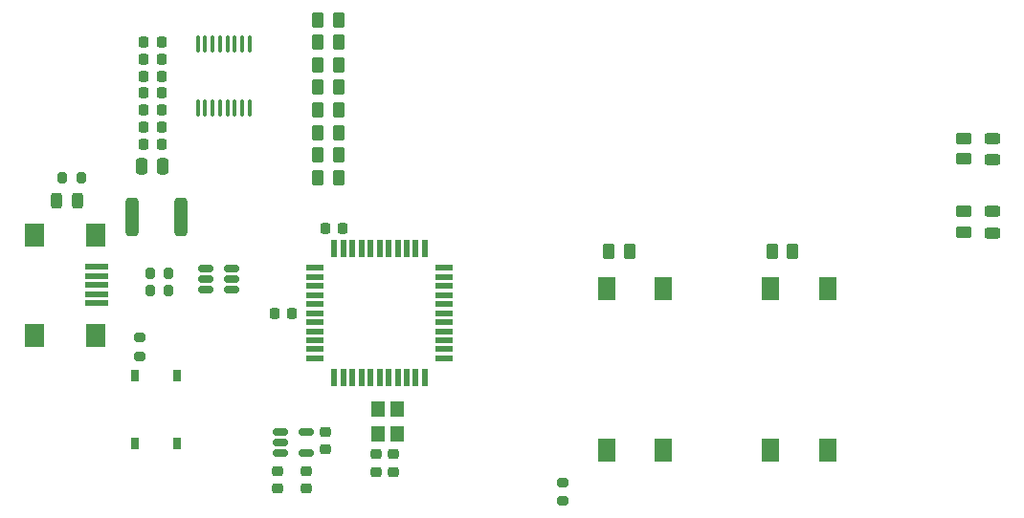
<source format=gbr>
%TF.GenerationSoftware,KiCad,Pcbnew,(7.0.0)*%
%TF.CreationDate,2023-04-21T02:36:57-06:00*%
%TF.ProjectId,Phase_B_ATMEGA_v3,50686173-655f-4425-9f41-544d4547415f,rev?*%
%TF.SameCoordinates,Original*%
%TF.FileFunction,Paste,Top*%
%TF.FilePolarity,Positive*%
%FSLAX46Y46*%
G04 Gerber Fmt 4.6, Leading zero omitted, Abs format (unit mm)*
G04 Created by KiCad (PCBNEW (7.0.0)) date 2023-04-21 02:36:57*
%MOMM*%
%LPD*%
G01*
G04 APERTURE LIST*
G04 Aperture macros list*
%AMRoundRect*
0 Rectangle with rounded corners*
0 $1 Rounding radius*
0 $2 $3 $4 $5 $6 $7 $8 $9 X,Y pos of 4 corners*
0 Add a 4 corners polygon primitive as box body*
4,1,4,$2,$3,$4,$5,$6,$7,$8,$9,$2,$3,0*
0 Add four circle primitives for the rounded corners*
1,1,$1+$1,$2,$3*
1,1,$1+$1,$4,$5*
1,1,$1+$1,$6,$7*
1,1,$1+$1,$8,$9*
0 Add four rect primitives between the rounded corners*
20,1,$1+$1,$2,$3,$4,$5,0*
20,1,$1+$1,$4,$5,$6,$7,0*
20,1,$1+$1,$6,$7,$8,$9,0*
20,1,$1+$1,$8,$9,$2,$3,0*%
G04 Aperture macros list end*
%ADD10R,1.200000X1.400000*%
%ADD11RoundRect,0.150000X-0.512500X-0.150000X0.512500X-0.150000X0.512500X0.150000X-0.512500X0.150000X0*%
%ADD12R,1.500000X0.550000*%
%ADD13R,0.550000X1.500000*%
%ADD14RoundRect,0.100000X-0.100000X0.637500X-0.100000X-0.637500X0.100000X-0.637500X0.100000X0.637500X0*%
%ADD15R,0.700000X1.000000*%
%ADD16R,1.500000X2.000000*%
%ADD17RoundRect,0.200000X0.275000X-0.200000X0.275000X0.200000X-0.275000X0.200000X-0.275000X-0.200000X0*%
%ADD18RoundRect,0.200000X-0.200000X-0.275000X0.200000X-0.275000X0.200000X0.275000X-0.200000X0.275000X0*%
%ADD19RoundRect,0.200000X-0.275000X0.200000X-0.275000X-0.200000X0.275000X-0.200000X0.275000X0.200000X0*%
%ADD20RoundRect,0.250000X-0.262500X-0.450000X0.262500X-0.450000X0.262500X0.450000X-0.262500X0.450000X0*%
%ADD21RoundRect,0.250000X0.450000X-0.262500X0.450000X0.262500X-0.450000X0.262500X-0.450000X-0.262500X0*%
%ADD22R,2.000000X0.500000*%
%ADD23R,1.700000X2.000000*%
%ADD24RoundRect,0.250000X-0.312500X-1.450000X0.312500X-1.450000X0.312500X1.450000X-0.312500X1.450000X0*%
%ADD25RoundRect,0.243750X-0.243750X-0.456250X0.243750X-0.456250X0.243750X0.456250X-0.243750X0.456250X0*%
%ADD26RoundRect,0.243750X0.456250X-0.243750X0.456250X0.243750X-0.456250X0.243750X-0.456250X-0.243750X0*%
%ADD27RoundRect,0.225000X-0.250000X0.225000X-0.250000X-0.225000X0.250000X-0.225000X0.250000X0.225000X0*%
%ADD28RoundRect,0.225000X0.225000X0.250000X-0.225000X0.250000X-0.225000X-0.250000X0.225000X-0.250000X0*%
%ADD29RoundRect,0.250000X0.250000X0.475000X-0.250000X0.475000X-0.250000X-0.475000X0.250000X-0.475000X0*%
%ADD30RoundRect,0.225000X0.250000X-0.225000X0.250000X0.225000X-0.250000X0.225000X-0.250000X-0.225000X0*%
G04 APERTURE END LIST*
D10*
%TO.C,Y1*%
X87724999Y-87999999D03*
X87724999Y-85799999D03*
X89424999Y-85799999D03*
X89424999Y-87999999D03*
%TD*%
D11*
%TO.C,U5*%
X81350000Y-87800000D03*
X81350000Y-89700000D03*
X79075000Y-89700000D03*
X79075000Y-88750000D03*
X79075000Y-87800000D03*
%TD*%
%TO.C,U4*%
X72512500Y-73350000D03*
X72512500Y-74300000D03*
X72512500Y-75250000D03*
X74787500Y-75250000D03*
X74787500Y-74300000D03*
X74787500Y-73350000D03*
%TD*%
D12*
%TO.C,U3*%
X82174999Y-73299999D03*
X82174999Y-74099999D03*
X82174999Y-74899999D03*
X82174999Y-75699999D03*
X82174999Y-76499999D03*
X82174999Y-77299999D03*
X82174999Y-78099999D03*
X82174999Y-78899999D03*
X82174999Y-79699999D03*
X82174999Y-80499999D03*
X82174999Y-81299999D03*
D13*
X83874999Y-82999999D03*
X84674999Y-82999999D03*
X85474999Y-82999999D03*
X86274999Y-82999999D03*
X87074999Y-82999999D03*
X87874999Y-82999999D03*
X88674999Y-82999999D03*
X89474999Y-82999999D03*
X90274999Y-82999999D03*
X91074999Y-82999999D03*
X91874999Y-82999999D03*
D12*
X93574999Y-81299999D03*
X93574999Y-80499999D03*
X93574999Y-79699999D03*
X93574999Y-78899999D03*
X93574999Y-78099999D03*
X93574999Y-77299999D03*
X93574999Y-76499999D03*
X93574999Y-75699999D03*
X93574999Y-74899999D03*
X93574999Y-74099999D03*
X93574999Y-73299999D03*
D13*
X91874999Y-71599999D03*
X91074999Y-71599999D03*
X90274999Y-71599999D03*
X89474999Y-71599999D03*
X88674999Y-71599999D03*
X87874999Y-71599999D03*
X87074999Y-71599999D03*
X86274999Y-71599999D03*
X85474999Y-71599999D03*
X84674999Y-71599999D03*
X83874999Y-71599999D03*
%TD*%
D14*
%TO.C,U2*%
X76350000Y-53437500D03*
X75700000Y-53437500D03*
X75050000Y-53437500D03*
X74400000Y-53437500D03*
X73750000Y-53437500D03*
X73100000Y-53437500D03*
X72450000Y-53437500D03*
X71800000Y-53437500D03*
X71800000Y-59162500D03*
X72450000Y-59162500D03*
X73100000Y-59162500D03*
X73750000Y-59162500D03*
X74400000Y-59162500D03*
X75050000Y-59162500D03*
X75700000Y-59162500D03*
X76350000Y-59162500D03*
%TD*%
D15*
%TO.C,S3*%
X66224999Y-88799999D03*
X69924999Y-88799999D03*
X66224999Y-82799999D03*
X69924999Y-82799999D03*
%TD*%
D16*
%TO.C,S2*%
X107987499Y-89449999D03*
X107987499Y-75149999D03*
X112987499Y-89449999D03*
X112987499Y-75149999D03*
%TD*%
%TO.C,S1*%
X122487499Y-89449999D03*
X122487499Y-75149999D03*
X127487499Y-89449999D03*
X127487499Y-75149999D03*
%TD*%
D17*
%TO.C,R17*%
X104075000Y-92300000D03*
X104075000Y-93950000D03*
%TD*%
D18*
%TO.C,R16*%
X59825000Y-65300000D03*
X61475000Y-65300000D03*
%TD*%
%TO.C,R15*%
X69225000Y-73800000D03*
X67575000Y-73800000D03*
%TD*%
%TO.C,R14*%
X69225000Y-75300000D03*
X67575000Y-75300000D03*
%TD*%
D19*
%TO.C,R13*%
X66650000Y-81125000D03*
X66650000Y-79475000D03*
%TD*%
D20*
%TO.C,R12*%
X84225000Y-61300000D03*
X82400000Y-61300000D03*
%TD*%
%TO.C,R11*%
X84225000Y-57300000D03*
X82400000Y-57300000D03*
%TD*%
%TO.C,R10*%
X82400000Y-51300000D03*
X84225000Y-51300000D03*
%TD*%
%TO.C,R9*%
X82400000Y-65300000D03*
X84225000Y-65300000D03*
%TD*%
%TO.C,R8*%
X82400000Y-63300000D03*
X84225000Y-63300000D03*
%TD*%
%TO.C,R7*%
X82400000Y-59300000D03*
X84225000Y-59300000D03*
%TD*%
%TO.C,R6*%
X82400000Y-55300000D03*
X84225000Y-55300000D03*
%TD*%
%TO.C,R5*%
X84225000Y-53300000D03*
X82400000Y-53300000D03*
%TD*%
D21*
%TO.C,R4*%
X139575000Y-70125000D03*
X139575000Y-68300000D03*
%TD*%
%TO.C,R3*%
X139575000Y-63625000D03*
X139575000Y-61800000D03*
%TD*%
D20*
%TO.C,R2*%
X108162500Y-71800000D03*
X109987500Y-71800000D03*
%TD*%
%TO.C,R1*%
X122575000Y-71800000D03*
X124400000Y-71800000D03*
%TD*%
D22*
%TO.C,J2*%
X62849999Y-73199999D03*
X62849999Y-73999999D03*
X62849999Y-74799999D03*
X62849999Y-75599999D03*
X62849999Y-76399999D03*
D23*
X62749999Y-70349999D03*
X62749999Y-79249999D03*
X57299999Y-70349999D03*
X57299999Y-79249999D03*
%TD*%
D24*
%TO.C,F1*%
X66012500Y-68800000D03*
X70287500Y-68800000D03*
%TD*%
D25*
%TO.C,D3*%
X59275000Y-67300000D03*
X61150000Y-67300000D03*
%TD*%
D26*
%TO.C,D2*%
X142075000Y-70175000D03*
X142075000Y-68300000D03*
%TD*%
%TO.C,D1*%
X142075000Y-63675000D03*
X142075000Y-61800000D03*
%TD*%
D27*
%TO.C,C15*%
X81350000Y-92850000D03*
X81350000Y-91300000D03*
%TD*%
%TO.C,C14*%
X83075000Y-89350000D03*
X83075000Y-87800000D03*
%TD*%
%TO.C,C13*%
X78850000Y-92850000D03*
X78850000Y-91300000D03*
%TD*%
D28*
%TO.C,C12*%
X84625000Y-69800000D03*
X83075000Y-69800000D03*
%TD*%
%TO.C,C11*%
X68575000Y-60800000D03*
X67025000Y-60800000D03*
%TD*%
%TO.C,C10*%
X68575000Y-62300000D03*
X67025000Y-62300000D03*
%TD*%
%TO.C,C9*%
X80150000Y-77300000D03*
X78600000Y-77300000D03*
%TD*%
D29*
%TO.C,C8*%
X68712500Y-64300000D03*
X66812500Y-64300000D03*
%TD*%
D28*
%TO.C,C7*%
X68575000Y-53300000D03*
X67025000Y-53300000D03*
%TD*%
%TO.C,C6*%
X68575000Y-54800000D03*
X67025000Y-54800000D03*
%TD*%
%TO.C,C5*%
X68575000Y-56300000D03*
X67025000Y-56300000D03*
%TD*%
%TO.C,C4*%
X68575000Y-57800000D03*
X67025000Y-57800000D03*
%TD*%
D27*
%TO.C,C3*%
X87575000Y-91350000D03*
X87575000Y-89800000D03*
%TD*%
D30*
%TO.C,C2*%
X89075000Y-89800000D03*
X89075000Y-91350000D03*
%TD*%
D28*
%TO.C,C1*%
X68575000Y-59300000D03*
X67025000Y-59300000D03*
%TD*%
M02*

</source>
